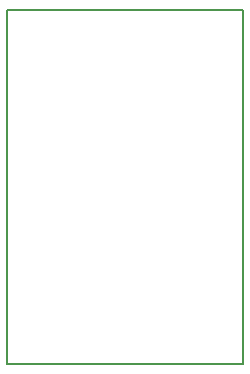
<source format=gm1>
G04 #@! TF.FileFunction,Profile,NP*
%FSLAX46Y46*%
G04 Gerber Fmt 4.6, Leading zero omitted, Abs format (unit mm)*
G04 Created by KiCad (PCBNEW 4.0.2-stable) date 08.08.2017 13:07:48*
%MOMM*%
G01*
G04 APERTURE LIST*
%ADD10C,0.100000*%
%ADD11C,0.150000*%
G04 APERTURE END LIST*
D10*
D11*
X170000000Y-95000000D02*
X170000000Y-125000000D01*
X190000000Y-95000000D02*
X190000000Y-125000000D01*
X190000000Y-125000000D02*
X170000000Y-125000000D01*
X170000000Y-95000000D02*
X190000000Y-95000000D01*
M02*

</source>
